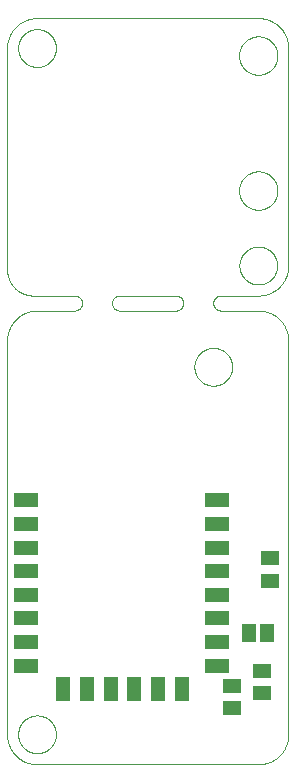
<source format=gbp>
G75*
%MOIN*%
%OFA0B0*%
%FSLAX25Y25*%
%IPPOS*%
%LPD*%
%AMOC8*
5,1,8,0,0,1.08239X$1,22.5*
%
%ADD10C,0.00000*%
%ADD11R,0.07874X0.04724*%
%ADD12R,0.04724X0.07874*%
%ADD13R,0.05906X0.05118*%
%ADD14R,0.04600X0.06300*%
D10*
X0066345Y0060183D02*
X0066345Y0191433D01*
X0075095Y0206433D02*
X0088845Y0206433D01*
X0088943Y0206431D01*
X0089041Y0206425D01*
X0089139Y0206416D01*
X0089236Y0206402D01*
X0089333Y0206385D01*
X0089429Y0206364D01*
X0089524Y0206339D01*
X0089618Y0206311D01*
X0089710Y0206278D01*
X0089802Y0206243D01*
X0089892Y0206203D01*
X0089980Y0206161D01*
X0090067Y0206114D01*
X0090151Y0206065D01*
X0090234Y0206012D01*
X0090314Y0205956D01*
X0090393Y0205896D01*
X0090469Y0205834D01*
X0090542Y0205769D01*
X0090613Y0205701D01*
X0090681Y0205630D01*
X0090746Y0205557D01*
X0090808Y0205481D01*
X0090868Y0205402D01*
X0090924Y0205322D01*
X0090977Y0205239D01*
X0091026Y0205155D01*
X0091073Y0205068D01*
X0091115Y0204980D01*
X0091155Y0204890D01*
X0091190Y0204798D01*
X0091223Y0204706D01*
X0091251Y0204612D01*
X0091276Y0204517D01*
X0091297Y0204421D01*
X0091314Y0204324D01*
X0091328Y0204227D01*
X0091337Y0204129D01*
X0091343Y0204031D01*
X0091345Y0203933D01*
X0091343Y0203835D01*
X0091337Y0203737D01*
X0091328Y0203639D01*
X0091314Y0203542D01*
X0091297Y0203445D01*
X0091276Y0203349D01*
X0091251Y0203254D01*
X0091223Y0203160D01*
X0091190Y0203068D01*
X0091155Y0202976D01*
X0091115Y0202886D01*
X0091073Y0202798D01*
X0091026Y0202711D01*
X0090977Y0202627D01*
X0090924Y0202544D01*
X0090868Y0202464D01*
X0090808Y0202385D01*
X0090746Y0202309D01*
X0090681Y0202236D01*
X0090613Y0202165D01*
X0090542Y0202097D01*
X0090469Y0202032D01*
X0090393Y0201970D01*
X0090314Y0201910D01*
X0090234Y0201854D01*
X0090151Y0201801D01*
X0090067Y0201752D01*
X0089980Y0201705D01*
X0089892Y0201663D01*
X0089802Y0201623D01*
X0089710Y0201588D01*
X0089618Y0201555D01*
X0089524Y0201527D01*
X0089429Y0201502D01*
X0089333Y0201481D01*
X0089236Y0201464D01*
X0089139Y0201450D01*
X0089041Y0201441D01*
X0088943Y0201435D01*
X0088845Y0201433D01*
X0076345Y0201433D01*
X0076103Y0201430D01*
X0075862Y0201421D01*
X0075621Y0201407D01*
X0075380Y0201386D01*
X0075140Y0201360D01*
X0074900Y0201328D01*
X0074661Y0201290D01*
X0074424Y0201247D01*
X0074187Y0201197D01*
X0073952Y0201142D01*
X0073718Y0201082D01*
X0073486Y0201015D01*
X0073255Y0200944D01*
X0073026Y0200866D01*
X0072799Y0200783D01*
X0072574Y0200695D01*
X0072351Y0200601D01*
X0072131Y0200502D01*
X0071913Y0200397D01*
X0071698Y0200288D01*
X0071485Y0200173D01*
X0071275Y0200053D01*
X0071069Y0199928D01*
X0070865Y0199798D01*
X0070664Y0199663D01*
X0070467Y0199523D01*
X0070273Y0199379D01*
X0070083Y0199230D01*
X0069897Y0199076D01*
X0069714Y0198918D01*
X0069535Y0198756D01*
X0069360Y0198589D01*
X0069189Y0198418D01*
X0069022Y0198243D01*
X0068860Y0198064D01*
X0068702Y0197881D01*
X0068548Y0197695D01*
X0068399Y0197505D01*
X0068255Y0197311D01*
X0068115Y0197114D01*
X0067980Y0196913D01*
X0067850Y0196709D01*
X0067725Y0196503D01*
X0067605Y0196293D01*
X0067490Y0196080D01*
X0067381Y0195865D01*
X0067276Y0195647D01*
X0067177Y0195427D01*
X0067083Y0195204D01*
X0066995Y0194979D01*
X0066912Y0194752D01*
X0066834Y0194523D01*
X0066763Y0194292D01*
X0066696Y0194060D01*
X0066636Y0193826D01*
X0066581Y0193591D01*
X0066531Y0193354D01*
X0066488Y0193117D01*
X0066450Y0192878D01*
X0066418Y0192638D01*
X0066392Y0192398D01*
X0066371Y0192157D01*
X0066357Y0191916D01*
X0066348Y0191675D01*
X0066345Y0191433D01*
X0066345Y0215183D02*
X0066345Y0288933D01*
X0066348Y0289175D01*
X0066357Y0289416D01*
X0066371Y0289657D01*
X0066392Y0289898D01*
X0066418Y0290138D01*
X0066450Y0290378D01*
X0066488Y0290617D01*
X0066531Y0290854D01*
X0066581Y0291091D01*
X0066636Y0291326D01*
X0066696Y0291560D01*
X0066763Y0291792D01*
X0066834Y0292023D01*
X0066912Y0292252D01*
X0066995Y0292479D01*
X0067083Y0292704D01*
X0067177Y0292927D01*
X0067276Y0293147D01*
X0067381Y0293365D01*
X0067490Y0293580D01*
X0067605Y0293793D01*
X0067725Y0294003D01*
X0067850Y0294209D01*
X0067980Y0294413D01*
X0068115Y0294614D01*
X0068255Y0294811D01*
X0068399Y0295005D01*
X0068548Y0295195D01*
X0068702Y0295381D01*
X0068860Y0295564D01*
X0069022Y0295743D01*
X0069189Y0295918D01*
X0069360Y0296089D01*
X0069535Y0296256D01*
X0069714Y0296418D01*
X0069897Y0296576D01*
X0070083Y0296730D01*
X0070273Y0296879D01*
X0070467Y0297023D01*
X0070664Y0297163D01*
X0070865Y0297298D01*
X0071069Y0297428D01*
X0071275Y0297553D01*
X0071485Y0297673D01*
X0071698Y0297788D01*
X0071913Y0297897D01*
X0072131Y0298002D01*
X0072351Y0298101D01*
X0072574Y0298195D01*
X0072799Y0298283D01*
X0073026Y0298366D01*
X0073255Y0298444D01*
X0073486Y0298515D01*
X0073718Y0298582D01*
X0073952Y0298642D01*
X0074187Y0298697D01*
X0074424Y0298747D01*
X0074661Y0298790D01*
X0074900Y0298828D01*
X0075140Y0298860D01*
X0075380Y0298886D01*
X0075621Y0298907D01*
X0075862Y0298921D01*
X0076103Y0298930D01*
X0076345Y0298933D01*
X0150095Y0298933D01*
X0150337Y0298930D01*
X0150578Y0298921D01*
X0150819Y0298907D01*
X0151060Y0298886D01*
X0151300Y0298860D01*
X0151540Y0298828D01*
X0151779Y0298790D01*
X0152016Y0298747D01*
X0152253Y0298697D01*
X0152488Y0298642D01*
X0152722Y0298582D01*
X0152954Y0298515D01*
X0153185Y0298444D01*
X0153414Y0298366D01*
X0153641Y0298283D01*
X0153866Y0298195D01*
X0154089Y0298101D01*
X0154309Y0298002D01*
X0154527Y0297897D01*
X0154742Y0297788D01*
X0154955Y0297673D01*
X0155165Y0297553D01*
X0155371Y0297428D01*
X0155575Y0297298D01*
X0155776Y0297163D01*
X0155973Y0297023D01*
X0156167Y0296879D01*
X0156357Y0296730D01*
X0156543Y0296576D01*
X0156726Y0296418D01*
X0156905Y0296256D01*
X0157080Y0296089D01*
X0157251Y0295918D01*
X0157418Y0295743D01*
X0157580Y0295564D01*
X0157738Y0295381D01*
X0157892Y0295195D01*
X0158041Y0295005D01*
X0158185Y0294811D01*
X0158325Y0294614D01*
X0158460Y0294413D01*
X0158590Y0294209D01*
X0158715Y0294003D01*
X0158835Y0293793D01*
X0158950Y0293580D01*
X0159059Y0293365D01*
X0159164Y0293147D01*
X0159263Y0292927D01*
X0159357Y0292704D01*
X0159445Y0292479D01*
X0159528Y0292252D01*
X0159606Y0292023D01*
X0159677Y0291792D01*
X0159744Y0291560D01*
X0159804Y0291326D01*
X0159859Y0291091D01*
X0159909Y0290854D01*
X0159952Y0290617D01*
X0159990Y0290378D01*
X0160022Y0290138D01*
X0160048Y0289898D01*
X0160069Y0289657D01*
X0160083Y0289416D01*
X0160092Y0289175D01*
X0160095Y0288933D01*
X0160095Y0216433D01*
X0160092Y0216191D01*
X0160083Y0215950D01*
X0160069Y0215709D01*
X0160048Y0215468D01*
X0160022Y0215228D01*
X0159990Y0214988D01*
X0159952Y0214749D01*
X0159909Y0214512D01*
X0159859Y0214275D01*
X0159804Y0214040D01*
X0159744Y0213806D01*
X0159677Y0213574D01*
X0159606Y0213343D01*
X0159528Y0213114D01*
X0159445Y0212887D01*
X0159357Y0212662D01*
X0159263Y0212439D01*
X0159164Y0212219D01*
X0159059Y0212001D01*
X0158950Y0211786D01*
X0158835Y0211573D01*
X0158715Y0211363D01*
X0158590Y0211157D01*
X0158460Y0210953D01*
X0158325Y0210752D01*
X0158185Y0210555D01*
X0158041Y0210361D01*
X0157892Y0210171D01*
X0157738Y0209985D01*
X0157580Y0209802D01*
X0157418Y0209623D01*
X0157251Y0209448D01*
X0157080Y0209277D01*
X0156905Y0209110D01*
X0156726Y0208948D01*
X0156543Y0208790D01*
X0156357Y0208636D01*
X0156167Y0208487D01*
X0155973Y0208343D01*
X0155776Y0208203D01*
X0155575Y0208068D01*
X0155371Y0207938D01*
X0155165Y0207813D01*
X0154955Y0207693D01*
X0154742Y0207578D01*
X0154527Y0207469D01*
X0154309Y0207364D01*
X0154089Y0207265D01*
X0153866Y0207171D01*
X0153641Y0207083D01*
X0153414Y0207000D01*
X0153185Y0206922D01*
X0152954Y0206851D01*
X0152722Y0206784D01*
X0152488Y0206724D01*
X0152253Y0206669D01*
X0152016Y0206619D01*
X0151779Y0206576D01*
X0151540Y0206538D01*
X0151300Y0206506D01*
X0151060Y0206480D01*
X0150819Y0206459D01*
X0150578Y0206445D01*
X0150337Y0206436D01*
X0150095Y0206433D01*
X0137595Y0206433D01*
X0137497Y0206431D01*
X0137399Y0206425D01*
X0137301Y0206416D01*
X0137204Y0206402D01*
X0137107Y0206385D01*
X0137011Y0206364D01*
X0136916Y0206339D01*
X0136822Y0206311D01*
X0136730Y0206278D01*
X0136638Y0206243D01*
X0136548Y0206203D01*
X0136460Y0206161D01*
X0136373Y0206114D01*
X0136289Y0206065D01*
X0136206Y0206012D01*
X0136126Y0205956D01*
X0136047Y0205896D01*
X0135971Y0205834D01*
X0135898Y0205769D01*
X0135827Y0205701D01*
X0135759Y0205630D01*
X0135694Y0205557D01*
X0135632Y0205481D01*
X0135572Y0205402D01*
X0135516Y0205322D01*
X0135463Y0205239D01*
X0135414Y0205155D01*
X0135367Y0205068D01*
X0135325Y0204980D01*
X0135285Y0204890D01*
X0135250Y0204798D01*
X0135217Y0204706D01*
X0135189Y0204612D01*
X0135164Y0204517D01*
X0135143Y0204421D01*
X0135126Y0204324D01*
X0135112Y0204227D01*
X0135103Y0204129D01*
X0135097Y0204031D01*
X0135095Y0203933D01*
X0135097Y0203835D01*
X0135103Y0203737D01*
X0135112Y0203639D01*
X0135126Y0203542D01*
X0135143Y0203445D01*
X0135164Y0203349D01*
X0135189Y0203254D01*
X0135217Y0203160D01*
X0135250Y0203068D01*
X0135285Y0202976D01*
X0135325Y0202886D01*
X0135367Y0202798D01*
X0135414Y0202711D01*
X0135463Y0202627D01*
X0135516Y0202544D01*
X0135572Y0202464D01*
X0135632Y0202385D01*
X0135694Y0202309D01*
X0135759Y0202236D01*
X0135827Y0202165D01*
X0135898Y0202097D01*
X0135971Y0202032D01*
X0136047Y0201970D01*
X0136126Y0201910D01*
X0136206Y0201854D01*
X0136289Y0201801D01*
X0136373Y0201752D01*
X0136460Y0201705D01*
X0136548Y0201663D01*
X0136638Y0201623D01*
X0136730Y0201588D01*
X0136822Y0201555D01*
X0136916Y0201527D01*
X0137011Y0201502D01*
X0137107Y0201481D01*
X0137204Y0201464D01*
X0137301Y0201450D01*
X0137399Y0201441D01*
X0137497Y0201435D01*
X0137595Y0201433D01*
X0150095Y0201433D01*
X0150337Y0201430D01*
X0150578Y0201421D01*
X0150819Y0201407D01*
X0151060Y0201386D01*
X0151300Y0201360D01*
X0151540Y0201328D01*
X0151779Y0201290D01*
X0152016Y0201247D01*
X0152253Y0201197D01*
X0152488Y0201142D01*
X0152722Y0201082D01*
X0152954Y0201015D01*
X0153185Y0200944D01*
X0153414Y0200866D01*
X0153641Y0200783D01*
X0153866Y0200695D01*
X0154089Y0200601D01*
X0154309Y0200502D01*
X0154527Y0200397D01*
X0154742Y0200288D01*
X0154955Y0200173D01*
X0155165Y0200053D01*
X0155371Y0199928D01*
X0155575Y0199798D01*
X0155776Y0199663D01*
X0155973Y0199523D01*
X0156167Y0199379D01*
X0156357Y0199230D01*
X0156543Y0199076D01*
X0156726Y0198918D01*
X0156905Y0198756D01*
X0157080Y0198589D01*
X0157251Y0198418D01*
X0157418Y0198243D01*
X0157580Y0198064D01*
X0157738Y0197881D01*
X0157892Y0197695D01*
X0158041Y0197505D01*
X0158185Y0197311D01*
X0158325Y0197114D01*
X0158460Y0196913D01*
X0158590Y0196709D01*
X0158715Y0196503D01*
X0158835Y0196293D01*
X0158950Y0196080D01*
X0159059Y0195865D01*
X0159164Y0195647D01*
X0159263Y0195427D01*
X0159357Y0195204D01*
X0159445Y0194979D01*
X0159528Y0194752D01*
X0159606Y0194523D01*
X0159677Y0194292D01*
X0159744Y0194060D01*
X0159804Y0193826D01*
X0159859Y0193591D01*
X0159909Y0193354D01*
X0159952Y0193117D01*
X0159990Y0192878D01*
X0160022Y0192638D01*
X0160048Y0192398D01*
X0160069Y0192157D01*
X0160083Y0191916D01*
X0160092Y0191675D01*
X0160095Y0191433D01*
X0160095Y0060183D01*
X0160092Y0059941D01*
X0160083Y0059700D01*
X0160069Y0059459D01*
X0160048Y0059218D01*
X0160022Y0058978D01*
X0159990Y0058738D01*
X0159952Y0058499D01*
X0159909Y0058262D01*
X0159859Y0058025D01*
X0159804Y0057790D01*
X0159744Y0057556D01*
X0159677Y0057324D01*
X0159606Y0057093D01*
X0159528Y0056864D01*
X0159445Y0056637D01*
X0159357Y0056412D01*
X0159263Y0056189D01*
X0159164Y0055969D01*
X0159059Y0055751D01*
X0158950Y0055536D01*
X0158835Y0055323D01*
X0158715Y0055113D01*
X0158590Y0054907D01*
X0158460Y0054703D01*
X0158325Y0054502D01*
X0158185Y0054305D01*
X0158041Y0054111D01*
X0157892Y0053921D01*
X0157738Y0053735D01*
X0157580Y0053552D01*
X0157418Y0053373D01*
X0157251Y0053198D01*
X0157080Y0053027D01*
X0156905Y0052860D01*
X0156726Y0052698D01*
X0156543Y0052540D01*
X0156357Y0052386D01*
X0156167Y0052237D01*
X0155973Y0052093D01*
X0155776Y0051953D01*
X0155575Y0051818D01*
X0155371Y0051688D01*
X0155165Y0051563D01*
X0154955Y0051443D01*
X0154742Y0051328D01*
X0154527Y0051219D01*
X0154309Y0051114D01*
X0154089Y0051015D01*
X0153866Y0050921D01*
X0153641Y0050833D01*
X0153414Y0050750D01*
X0153185Y0050672D01*
X0152954Y0050601D01*
X0152722Y0050534D01*
X0152488Y0050474D01*
X0152253Y0050419D01*
X0152016Y0050369D01*
X0151779Y0050326D01*
X0151540Y0050288D01*
X0151300Y0050256D01*
X0151060Y0050230D01*
X0150819Y0050209D01*
X0150578Y0050195D01*
X0150337Y0050186D01*
X0150095Y0050183D01*
X0076345Y0050183D01*
X0076103Y0050186D01*
X0075862Y0050195D01*
X0075621Y0050209D01*
X0075380Y0050230D01*
X0075140Y0050256D01*
X0074900Y0050288D01*
X0074661Y0050326D01*
X0074424Y0050369D01*
X0074187Y0050419D01*
X0073952Y0050474D01*
X0073718Y0050534D01*
X0073486Y0050601D01*
X0073255Y0050672D01*
X0073026Y0050750D01*
X0072799Y0050833D01*
X0072574Y0050921D01*
X0072351Y0051015D01*
X0072131Y0051114D01*
X0071913Y0051219D01*
X0071698Y0051328D01*
X0071485Y0051443D01*
X0071275Y0051563D01*
X0071069Y0051688D01*
X0070865Y0051818D01*
X0070664Y0051953D01*
X0070467Y0052093D01*
X0070273Y0052237D01*
X0070083Y0052386D01*
X0069897Y0052540D01*
X0069714Y0052698D01*
X0069535Y0052860D01*
X0069360Y0053027D01*
X0069189Y0053198D01*
X0069022Y0053373D01*
X0068860Y0053552D01*
X0068702Y0053735D01*
X0068548Y0053921D01*
X0068399Y0054111D01*
X0068255Y0054305D01*
X0068115Y0054502D01*
X0067980Y0054703D01*
X0067850Y0054907D01*
X0067725Y0055113D01*
X0067605Y0055323D01*
X0067490Y0055536D01*
X0067381Y0055751D01*
X0067276Y0055969D01*
X0067177Y0056189D01*
X0067083Y0056412D01*
X0066995Y0056637D01*
X0066912Y0056864D01*
X0066834Y0057093D01*
X0066763Y0057324D01*
X0066696Y0057556D01*
X0066636Y0057790D01*
X0066581Y0058025D01*
X0066531Y0058262D01*
X0066488Y0058499D01*
X0066450Y0058738D01*
X0066418Y0058978D01*
X0066392Y0059218D01*
X0066371Y0059459D01*
X0066357Y0059700D01*
X0066348Y0059941D01*
X0066345Y0060183D01*
X0070046Y0060183D02*
X0070048Y0060341D01*
X0070054Y0060499D01*
X0070064Y0060657D01*
X0070078Y0060815D01*
X0070096Y0060972D01*
X0070117Y0061129D01*
X0070143Y0061285D01*
X0070173Y0061441D01*
X0070206Y0061596D01*
X0070244Y0061749D01*
X0070285Y0061902D01*
X0070330Y0062054D01*
X0070379Y0062205D01*
X0070432Y0062354D01*
X0070488Y0062502D01*
X0070548Y0062648D01*
X0070612Y0062793D01*
X0070680Y0062936D01*
X0070751Y0063078D01*
X0070825Y0063218D01*
X0070903Y0063355D01*
X0070985Y0063491D01*
X0071069Y0063625D01*
X0071158Y0063756D01*
X0071249Y0063885D01*
X0071344Y0064012D01*
X0071441Y0064137D01*
X0071542Y0064259D01*
X0071646Y0064378D01*
X0071753Y0064495D01*
X0071863Y0064609D01*
X0071976Y0064720D01*
X0072091Y0064829D01*
X0072209Y0064934D01*
X0072330Y0065036D01*
X0072453Y0065136D01*
X0072579Y0065232D01*
X0072707Y0065325D01*
X0072837Y0065415D01*
X0072970Y0065501D01*
X0073105Y0065585D01*
X0073241Y0065664D01*
X0073380Y0065741D01*
X0073521Y0065813D01*
X0073663Y0065883D01*
X0073807Y0065948D01*
X0073953Y0066010D01*
X0074100Y0066068D01*
X0074249Y0066123D01*
X0074399Y0066174D01*
X0074550Y0066221D01*
X0074702Y0066264D01*
X0074855Y0066303D01*
X0075010Y0066339D01*
X0075165Y0066370D01*
X0075321Y0066398D01*
X0075477Y0066422D01*
X0075634Y0066442D01*
X0075792Y0066458D01*
X0075949Y0066470D01*
X0076108Y0066478D01*
X0076266Y0066482D01*
X0076424Y0066482D01*
X0076582Y0066478D01*
X0076741Y0066470D01*
X0076898Y0066458D01*
X0077056Y0066442D01*
X0077213Y0066422D01*
X0077369Y0066398D01*
X0077525Y0066370D01*
X0077680Y0066339D01*
X0077835Y0066303D01*
X0077988Y0066264D01*
X0078140Y0066221D01*
X0078291Y0066174D01*
X0078441Y0066123D01*
X0078590Y0066068D01*
X0078737Y0066010D01*
X0078883Y0065948D01*
X0079027Y0065883D01*
X0079169Y0065813D01*
X0079310Y0065741D01*
X0079449Y0065664D01*
X0079585Y0065585D01*
X0079720Y0065501D01*
X0079853Y0065415D01*
X0079983Y0065325D01*
X0080111Y0065232D01*
X0080237Y0065136D01*
X0080360Y0065036D01*
X0080481Y0064934D01*
X0080599Y0064829D01*
X0080714Y0064720D01*
X0080827Y0064609D01*
X0080937Y0064495D01*
X0081044Y0064378D01*
X0081148Y0064259D01*
X0081249Y0064137D01*
X0081346Y0064012D01*
X0081441Y0063885D01*
X0081532Y0063756D01*
X0081621Y0063625D01*
X0081705Y0063491D01*
X0081787Y0063355D01*
X0081865Y0063218D01*
X0081939Y0063078D01*
X0082010Y0062936D01*
X0082078Y0062793D01*
X0082142Y0062648D01*
X0082202Y0062502D01*
X0082258Y0062354D01*
X0082311Y0062205D01*
X0082360Y0062054D01*
X0082405Y0061902D01*
X0082446Y0061749D01*
X0082484Y0061596D01*
X0082517Y0061441D01*
X0082547Y0061285D01*
X0082573Y0061129D01*
X0082594Y0060972D01*
X0082612Y0060815D01*
X0082626Y0060657D01*
X0082636Y0060499D01*
X0082642Y0060341D01*
X0082644Y0060183D01*
X0082642Y0060025D01*
X0082636Y0059867D01*
X0082626Y0059709D01*
X0082612Y0059551D01*
X0082594Y0059394D01*
X0082573Y0059237D01*
X0082547Y0059081D01*
X0082517Y0058925D01*
X0082484Y0058770D01*
X0082446Y0058617D01*
X0082405Y0058464D01*
X0082360Y0058312D01*
X0082311Y0058161D01*
X0082258Y0058012D01*
X0082202Y0057864D01*
X0082142Y0057718D01*
X0082078Y0057573D01*
X0082010Y0057430D01*
X0081939Y0057288D01*
X0081865Y0057148D01*
X0081787Y0057011D01*
X0081705Y0056875D01*
X0081621Y0056741D01*
X0081532Y0056610D01*
X0081441Y0056481D01*
X0081346Y0056354D01*
X0081249Y0056229D01*
X0081148Y0056107D01*
X0081044Y0055988D01*
X0080937Y0055871D01*
X0080827Y0055757D01*
X0080714Y0055646D01*
X0080599Y0055537D01*
X0080481Y0055432D01*
X0080360Y0055330D01*
X0080237Y0055230D01*
X0080111Y0055134D01*
X0079983Y0055041D01*
X0079853Y0054951D01*
X0079720Y0054865D01*
X0079585Y0054781D01*
X0079449Y0054702D01*
X0079310Y0054625D01*
X0079169Y0054553D01*
X0079027Y0054483D01*
X0078883Y0054418D01*
X0078737Y0054356D01*
X0078590Y0054298D01*
X0078441Y0054243D01*
X0078291Y0054192D01*
X0078140Y0054145D01*
X0077988Y0054102D01*
X0077835Y0054063D01*
X0077680Y0054027D01*
X0077525Y0053996D01*
X0077369Y0053968D01*
X0077213Y0053944D01*
X0077056Y0053924D01*
X0076898Y0053908D01*
X0076741Y0053896D01*
X0076582Y0053888D01*
X0076424Y0053884D01*
X0076266Y0053884D01*
X0076108Y0053888D01*
X0075949Y0053896D01*
X0075792Y0053908D01*
X0075634Y0053924D01*
X0075477Y0053944D01*
X0075321Y0053968D01*
X0075165Y0053996D01*
X0075010Y0054027D01*
X0074855Y0054063D01*
X0074702Y0054102D01*
X0074550Y0054145D01*
X0074399Y0054192D01*
X0074249Y0054243D01*
X0074100Y0054298D01*
X0073953Y0054356D01*
X0073807Y0054418D01*
X0073663Y0054483D01*
X0073521Y0054553D01*
X0073380Y0054625D01*
X0073241Y0054702D01*
X0073105Y0054781D01*
X0072970Y0054865D01*
X0072837Y0054951D01*
X0072707Y0055041D01*
X0072579Y0055134D01*
X0072453Y0055230D01*
X0072330Y0055330D01*
X0072209Y0055432D01*
X0072091Y0055537D01*
X0071976Y0055646D01*
X0071863Y0055757D01*
X0071753Y0055871D01*
X0071646Y0055988D01*
X0071542Y0056107D01*
X0071441Y0056229D01*
X0071344Y0056354D01*
X0071249Y0056481D01*
X0071158Y0056610D01*
X0071069Y0056741D01*
X0070985Y0056875D01*
X0070903Y0057011D01*
X0070825Y0057148D01*
X0070751Y0057288D01*
X0070680Y0057430D01*
X0070612Y0057573D01*
X0070548Y0057718D01*
X0070488Y0057864D01*
X0070432Y0058012D01*
X0070379Y0058161D01*
X0070330Y0058312D01*
X0070285Y0058464D01*
X0070244Y0058617D01*
X0070206Y0058770D01*
X0070173Y0058925D01*
X0070143Y0059081D01*
X0070117Y0059237D01*
X0070096Y0059394D01*
X0070078Y0059551D01*
X0070064Y0059709D01*
X0070054Y0059867D01*
X0070048Y0060025D01*
X0070046Y0060183D01*
X0128796Y0182683D02*
X0128798Y0182841D01*
X0128804Y0182999D01*
X0128814Y0183157D01*
X0128828Y0183315D01*
X0128846Y0183472D01*
X0128867Y0183629D01*
X0128893Y0183785D01*
X0128923Y0183941D01*
X0128956Y0184096D01*
X0128994Y0184249D01*
X0129035Y0184402D01*
X0129080Y0184554D01*
X0129129Y0184705D01*
X0129182Y0184854D01*
X0129238Y0185002D01*
X0129298Y0185148D01*
X0129362Y0185293D01*
X0129430Y0185436D01*
X0129501Y0185578D01*
X0129575Y0185718D01*
X0129653Y0185855D01*
X0129735Y0185991D01*
X0129819Y0186125D01*
X0129908Y0186256D01*
X0129999Y0186385D01*
X0130094Y0186512D01*
X0130191Y0186637D01*
X0130292Y0186759D01*
X0130396Y0186878D01*
X0130503Y0186995D01*
X0130613Y0187109D01*
X0130726Y0187220D01*
X0130841Y0187329D01*
X0130959Y0187434D01*
X0131080Y0187536D01*
X0131203Y0187636D01*
X0131329Y0187732D01*
X0131457Y0187825D01*
X0131587Y0187915D01*
X0131720Y0188001D01*
X0131855Y0188085D01*
X0131991Y0188164D01*
X0132130Y0188241D01*
X0132271Y0188313D01*
X0132413Y0188383D01*
X0132557Y0188448D01*
X0132703Y0188510D01*
X0132850Y0188568D01*
X0132999Y0188623D01*
X0133149Y0188674D01*
X0133300Y0188721D01*
X0133452Y0188764D01*
X0133605Y0188803D01*
X0133760Y0188839D01*
X0133915Y0188870D01*
X0134071Y0188898D01*
X0134227Y0188922D01*
X0134384Y0188942D01*
X0134542Y0188958D01*
X0134699Y0188970D01*
X0134858Y0188978D01*
X0135016Y0188982D01*
X0135174Y0188982D01*
X0135332Y0188978D01*
X0135491Y0188970D01*
X0135648Y0188958D01*
X0135806Y0188942D01*
X0135963Y0188922D01*
X0136119Y0188898D01*
X0136275Y0188870D01*
X0136430Y0188839D01*
X0136585Y0188803D01*
X0136738Y0188764D01*
X0136890Y0188721D01*
X0137041Y0188674D01*
X0137191Y0188623D01*
X0137340Y0188568D01*
X0137487Y0188510D01*
X0137633Y0188448D01*
X0137777Y0188383D01*
X0137919Y0188313D01*
X0138060Y0188241D01*
X0138199Y0188164D01*
X0138335Y0188085D01*
X0138470Y0188001D01*
X0138603Y0187915D01*
X0138733Y0187825D01*
X0138861Y0187732D01*
X0138987Y0187636D01*
X0139110Y0187536D01*
X0139231Y0187434D01*
X0139349Y0187329D01*
X0139464Y0187220D01*
X0139577Y0187109D01*
X0139687Y0186995D01*
X0139794Y0186878D01*
X0139898Y0186759D01*
X0139999Y0186637D01*
X0140096Y0186512D01*
X0140191Y0186385D01*
X0140282Y0186256D01*
X0140371Y0186125D01*
X0140455Y0185991D01*
X0140537Y0185855D01*
X0140615Y0185718D01*
X0140689Y0185578D01*
X0140760Y0185436D01*
X0140828Y0185293D01*
X0140892Y0185148D01*
X0140952Y0185002D01*
X0141008Y0184854D01*
X0141061Y0184705D01*
X0141110Y0184554D01*
X0141155Y0184402D01*
X0141196Y0184249D01*
X0141234Y0184096D01*
X0141267Y0183941D01*
X0141297Y0183785D01*
X0141323Y0183629D01*
X0141344Y0183472D01*
X0141362Y0183315D01*
X0141376Y0183157D01*
X0141386Y0182999D01*
X0141392Y0182841D01*
X0141394Y0182683D01*
X0141392Y0182525D01*
X0141386Y0182367D01*
X0141376Y0182209D01*
X0141362Y0182051D01*
X0141344Y0181894D01*
X0141323Y0181737D01*
X0141297Y0181581D01*
X0141267Y0181425D01*
X0141234Y0181270D01*
X0141196Y0181117D01*
X0141155Y0180964D01*
X0141110Y0180812D01*
X0141061Y0180661D01*
X0141008Y0180512D01*
X0140952Y0180364D01*
X0140892Y0180218D01*
X0140828Y0180073D01*
X0140760Y0179930D01*
X0140689Y0179788D01*
X0140615Y0179648D01*
X0140537Y0179511D01*
X0140455Y0179375D01*
X0140371Y0179241D01*
X0140282Y0179110D01*
X0140191Y0178981D01*
X0140096Y0178854D01*
X0139999Y0178729D01*
X0139898Y0178607D01*
X0139794Y0178488D01*
X0139687Y0178371D01*
X0139577Y0178257D01*
X0139464Y0178146D01*
X0139349Y0178037D01*
X0139231Y0177932D01*
X0139110Y0177830D01*
X0138987Y0177730D01*
X0138861Y0177634D01*
X0138733Y0177541D01*
X0138603Y0177451D01*
X0138470Y0177365D01*
X0138335Y0177281D01*
X0138199Y0177202D01*
X0138060Y0177125D01*
X0137919Y0177053D01*
X0137777Y0176983D01*
X0137633Y0176918D01*
X0137487Y0176856D01*
X0137340Y0176798D01*
X0137191Y0176743D01*
X0137041Y0176692D01*
X0136890Y0176645D01*
X0136738Y0176602D01*
X0136585Y0176563D01*
X0136430Y0176527D01*
X0136275Y0176496D01*
X0136119Y0176468D01*
X0135963Y0176444D01*
X0135806Y0176424D01*
X0135648Y0176408D01*
X0135491Y0176396D01*
X0135332Y0176388D01*
X0135174Y0176384D01*
X0135016Y0176384D01*
X0134858Y0176388D01*
X0134699Y0176396D01*
X0134542Y0176408D01*
X0134384Y0176424D01*
X0134227Y0176444D01*
X0134071Y0176468D01*
X0133915Y0176496D01*
X0133760Y0176527D01*
X0133605Y0176563D01*
X0133452Y0176602D01*
X0133300Y0176645D01*
X0133149Y0176692D01*
X0132999Y0176743D01*
X0132850Y0176798D01*
X0132703Y0176856D01*
X0132557Y0176918D01*
X0132413Y0176983D01*
X0132271Y0177053D01*
X0132130Y0177125D01*
X0131991Y0177202D01*
X0131855Y0177281D01*
X0131720Y0177365D01*
X0131587Y0177451D01*
X0131457Y0177541D01*
X0131329Y0177634D01*
X0131203Y0177730D01*
X0131080Y0177830D01*
X0130959Y0177932D01*
X0130841Y0178037D01*
X0130726Y0178146D01*
X0130613Y0178257D01*
X0130503Y0178371D01*
X0130396Y0178488D01*
X0130292Y0178607D01*
X0130191Y0178729D01*
X0130094Y0178854D01*
X0129999Y0178981D01*
X0129908Y0179110D01*
X0129819Y0179241D01*
X0129735Y0179375D01*
X0129653Y0179511D01*
X0129575Y0179648D01*
X0129501Y0179788D01*
X0129430Y0179930D01*
X0129362Y0180073D01*
X0129298Y0180218D01*
X0129238Y0180364D01*
X0129182Y0180512D01*
X0129129Y0180661D01*
X0129080Y0180812D01*
X0129035Y0180964D01*
X0128994Y0181117D01*
X0128956Y0181270D01*
X0128923Y0181425D01*
X0128893Y0181581D01*
X0128867Y0181737D01*
X0128846Y0181894D01*
X0128828Y0182051D01*
X0128814Y0182209D01*
X0128804Y0182367D01*
X0128798Y0182525D01*
X0128796Y0182683D01*
X0122595Y0201433D02*
X0103845Y0201433D01*
X0103747Y0201435D01*
X0103649Y0201441D01*
X0103551Y0201450D01*
X0103454Y0201464D01*
X0103357Y0201481D01*
X0103261Y0201502D01*
X0103166Y0201527D01*
X0103072Y0201555D01*
X0102980Y0201588D01*
X0102888Y0201623D01*
X0102798Y0201663D01*
X0102710Y0201705D01*
X0102623Y0201752D01*
X0102539Y0201801D01*
X0102456Y0201854D01*
X0102376Y0201910D01*
X0102297Y0201970D01*
X0102221Y0202032D01*
X0102148Y0202097D01*
X0102077Y0202165D01*
X0102009Y0202236D01*
X0101944Y0202309D01*
X0101882Y0202385D01*
X0101822Y0202464D01*
X0101766Y0202544D01*
X0101713Y0202627D01*
X0101664Y0202711D01*
X0101617Y0202798D01*
X0101575Y0202886D01*
X0101535Y0202976D01*
X0101500Y0203068D01*
X0101467Y0203160D01*
X0101439Y0203254D01*
X0101414Y0203349D01*
X0101393Y0203445D01*
X0101376Y0203542D01*
X0101362Y0203639D01*
X0101353Y0203737D01*
X0101347Y0203835D01*
X0101345Y0203933D01*
X0101347Y0204031D01*
X0101353Y0204129D01*
X0101362Y0204227D01*
X0101376Y0204324D01*
X0101393Y0204421D01*
X0101414Y0204517D01*
X0101439Y0204612D01*
X0101467Y0204706D01*
X0101500Y0204798D01*
X0101535Y0204890D01*
X0101575Y0204980D01*
X0101617Y0205068D01*
X0101664Y0205155D01*
X0101713Y0205239D01*
X0101766Y0205322D01*
X0101822Y0205402D01*
X0101882Y0205481D01*
X0101944Y0205557D01*
X0102009Y0205630D01*
X0102077Y0205701D01*
X0102148Y0205769D01*
X0102221Y0205834D01*
X0102297Y0205896D01*
X0102376Y0205956D01*
X0102456Y0206012D01*
X0102539Y0206065D01*
X0102623Y0206114D01*
X0102710Y0206161D01*
X0102798Y0206203D01*
X0102888Y0206243D01*
X0102980Y0206278D01*
X0103072Y0206311D01*
X0103166Y0206339D01*
X0103261Y0206364D01*
X0103357Y0206385D01*
X0103454Y0206402D01*
X0103551Y0206416D01*
X0103649Y0206425D01*
X0103747Y0206431D01*
X0103845Y0206433D01*
X0122595Y0206433D01*
X0122693Y0206431D01*
X0122791Y0206425D01*
X0122889Y0206416D01*
X0122986Y0206402D01*
X0123083Y0206385D01*
X0123179Y0206364D01*
X0123274Y0206339D01*
X0123368Y0206311D01*
X0123460Y0206278D01*
X0123552Y0206243D01*
X0123642Y0206203D01*
X0123730Y0206161D01*
X0123817Y0206114D01*
X0123901Y0206065D01*
X0123984Y0206012D01*
X0124064Y0205956D01*
X0124143Y0205896D01*
X0124219Y0205834D01*
X0124292Y0205769D01*
X0124363Y0205701D01*
X0124431Y0205630D01*
X0124496Y0205557D01*
X0124558Y0205481D01*
X0124618Y0205402D01*
X0124674Y0205322D01*
X0124727Y0205239D01*
X0124776Y0205155D01*
X0124823Y0205068D01*
X0124865Y0204980D01*
X0124905Y0204890D01*
X0124940Y0204798D01*
X0124973Y0204706D01*
X0125001Y0204612D01*
X0125026Y0204517D01*
X0125047Y0204421D01*
X0125064Y0204324D01*
X0125078Y0204227D01*
X0125087Y0204129D01*
X0125093Y0204031D01*
X0125095Y0203933D01*
X0125093Y0203835D01*
X0125087Y0203737D01*
X0125078Y0203639D01*
X0125064Y0203542D01*
X0125047Y0203445D01*
X0125026Y0203349D01*
X0125001Y0203254D01*
X0124973Y0203160D01*
X0124940Y0203068D01*
X0124905Y0202976D01*
X0124865Y0202886D01*
X0124823Y0202798D01*
X0124776Y0202711D01*
X0124727Y0202627D01*
X0124674Y0202544D01*
X0124618Y0202464D01*
X0124558Y0202385D01*
X0124496Y0202309D01*
X0124431Y0202236D01*
X0124363Y0202165D01*
X0124292Y0202097D01*
X0124219Y0202032D01*
X0124143Y0201970D01*
X0124064Y0201910D01*
X0123984Y0201854D01*
X0123901Y0201801D01*
X0123817Y0201752D01*
X0123730Y0201705D01*
X0123642Y0201663D01*
X0123552Y0201623D01*
X0123460Y0201588D01*
X0123368Y0201555D01*
X0123274Y0201527D01*
X0123179Y0201502D01*
X0123083Y0201481D01*
X0122986Y0201464D01*
X0122889Y0201450D01*
X0122791Y0201441D01*
X0122693Y0201435D01*
X0122595Y0201433D01*
X0143796Y0216433D02*
X0143798Y0216591D01*
X0143804Y0216749D01*
X0143814Y0216907D01*
X0143828Y0217065D01*
X0143846Y0217222D01*
X0143867Y0217379D01*
X0143893Y0217535D01*
X0143923Y0217691D01*
X0143956Y0217846D01*
X0143994Y0217999D01*
X0144035Y0218152D01*
X0144080Y0218304D01*
X0144129Y0218455D01*
X0144182Y0218604D01*
X0144238Y0218752D01*
X0144298Y0218898D01*
X0144362Y0219043D01*
X0144430Y0219186D01*
X0144501Y0219328D01*
X0144575Y0219468D01*
X0144653Y0219605D01*
X0144735Y0219741D01*
X0144819Y0219875D01*
X0144908Y0220006D01*
X0144999Y0220135D01*
X0145094Y0220262D01*
X0145191Y0220387D01*
X0145292Y0220509D01*
X0145396Y0220628D01*
X0145503Y0220745D01*
X0145613Y0220859D01*
X0145726Y0220970D01*
X0145841Y0221079D01*
X0145959Y0221184D01*
X0146080Y0221286D01*
X0146203Y0221386D01*
X0146329Y0221482D01*
X0146457Y0221575D01*
X0146587Y0221665D01*
X0146720Y0221751D01*
X0146855Y0221835D01*
X0146991Y0221914D01*
X0147130Y0221991D01*
X0147271Y0222063D01*
X0147413Y0222133D01*
X0147557Y0222198D01*
X0147703Y0222260D01*
X0147850Y0222318D01*
X0147999Y0222373D01*
X0148149Y0222424D01*
X0148300Y0222471D01*
X0148452Y0222514D01*
X0148605Y0222553D01*
X0148760Y0222589D01*
X0148915Y0222620D01*
X0149071Y0222648D01*
X0149227Y0222672D01*
X0149384Y0222692D01*
X0149542Y0222708D01*
X0149699Y0222720D01*
X0149858Y0222728D01*
X0150016Y0222732D01*
X0150174Y0222732D01*
X0150332Y0222728D01*
X0150491Y0222720D01*
X0150648Y0222708D01*
X0150806Y0222692D01*
X0150963Y0222672D01*
X0151119Y0222648D01*
X0151275Y0222620D01*
X0151430Y0222589D01*
X0151585Y0222553D01*
X0151738Y0222514D01*
X0151890Y0222471D01*
X0152041Y0222424D01*
X0152191Y0222373D01*
X0152340Y0222318D01*
X0152487Y0222260D01*
X0152633Y0222198D01*
X0152777Y0222133D01*
X0152919Y0222063D01*
X0153060Y0221991D01*
X0153199Y0221914D01*
X0153335Y0221835D01*
X0153470Y0221751D01*
X0153603Y0221665D01*
X0153733Y0221575D01*
X0153861Y0221482D01*
X0153987Y0221386D01*
X0154110Y0221286D01*
X0154231Y0221184D01*
X0154349Y0221079D01*
X0154464Y0220970D01*
X0154577Y0220859D01*
X0154687Y0220745D01*
X0154794Y0220628D01*
X0154898Y0220509D01*
X0154999Y0220387D01*
X0155096Y0220262D01*
X0155191Y0220135D01*
X0155282Y0220006D01*
X0155371Y0219875D01*
X0155455Y0219741D01*
X0155537Y0219605D01*
X0155615Y0219468D01*
X0155689Y0219328D01*
X0155760Y0219186D01*
X0155828Y0219043D01*
X0155892Y0218898D01*
X0155952Y0218752D01*
X0156008Y0218604D01*
X0156061Y0218455D01*
X0156110Y0218304D01*
X0156155Y0218152D01*
X0156196Y0217999D01*
X0156234Y0217846D01*
X0156267Y0217691D01*
X0156297Y0217535D01*
X0156323Y0217379D01*
X0156344Y0217222D01*
X0156362Y0217065D01*
X0156376Y0216907D01*
X0156386Y0216749D01*
X0156392Y0216591D01*
X0156394Y0216433D01*
X0156392Y0216275D01*
X0156386Y0216117D01*
X0156376Y0215959D01*
X0156362Y0215801D01*
X0156344Y0215644D01*
X0156323Y0215487D01*
X0156297Y0215331D01*
X0156267Y0215175D01*
X0156234Y0215020D01*
X0156196Y0214867D01*
X0156155Y0214714D01*
X0156110Y0214562D01*
X0156061Y0214411D01*
X0156008Y0214262D01*
X0155952Y0214114D01*
X0155892Y0213968D01*
X0155828Y0213823D01*
X0155760Y0213680D01*
X0155689Y0213538D01*
X0155615Y0213398D01*
X0155537Y0213261D01*
X0155455Y0213125D01*
X0155371Y0212991D01*
X0155282Y0212860D01*
X0155191Y0212731D01*
X0155096Y0212604D01*
X0154999Y0212479D01*
X0154898Y0212357D01*
X0154794Y0212238D01*
X0154687Y0212121D01*
X0154577Y0212007D01*
X0154464Y0211896D01*
X0154349Y0211787D01*
X0154231Y0211682D01*
X0154110Y0211580D01*
X0153987Y0211480D01*
X0153861Y0211384D01*
X0153733Y0211291D01*
X0153603Y0211201D01*
X0153470Y0211115D01*
X0153335Y0211031D01*
X0153199Y0210952D01*
X0153060Y0210875D01*
X0152919Y0210803D01*
X0152777Y0210733D01*
X0152633Y0210668D01*
X0152487Y0210606D01*
X0152340Y0210548D01*
X0152191Y0210493D01*
X0152041Y0210442D01*
X0151890Y0210395D01*
X0151738Y0210352D01*
X0151585Y0210313D01*
X0151430Y0210277D01*
X0151275Y0210246D01*
X0151119Y0210218D01*
X0150963Y0210194D01*
X0150806Y0210174D01*
X0150648Y0210158D01*
X0150491Y0210146D01*
X0150332Y0210138D01*
X0150174Y0210134D01*
X0150016Y0210134D01*
X0149858Y0210138D01*
X0149699Y0210146D01*
X0149542Y0210158D01*
X0149384Y0210174D01*
X0149227Y0210194D01*
X0149071Y0210218D01*
X0148915Y0210246D01*
X0148760Y0210277D01*
X0148605Y0210313D01*
X0148452Y0210352D01*
X0148300Y0210395D01*
X0148149Y0210442D01*
X0147999Y0210493D01*
X0147850Y0210548D01*
X0147703Y0210606D01*
X0147557Y0210668D01*
X0147413Y0210733D01*
X0147271Y0210803D01*
X0147130Y0210875D01*
X0146991Y0210952D01*
X0146855Y0211031D01*
X0146720Y0211115D01*
X0146587Y0211201D01*
X0146457Y0211291D01*
X0146329Y0211384D01*
X0146203Y0211480D01*
X0146080Y0211580D01*
X0145959Y0211682D01*
X0145841Y0211787D01*
X0145726Y0211896D01*
X0145613Y0212007D01*
X0145503Y0212121D01*
X0145396Y0212238D01*
X0145292Y0212357D01*
X0145191Y0212479D01*
X0145094Y0212604D01*
X0144999Y0212731D01*
X0144908Y0212860D01*
X0144819Y0212991D01*
X0144735Y0213125D01*
X0144653Y0213261D01*
X0144575Y0213398D01*
X0144501Y0213538D01*
X0144430Y0213680D01*
X0144362Y0213823D01*
X0144298Y0213968D01*
X0144238Y0214114D01*
X0144182Y0214262D01*
X0144129Y0214411D01*
X0144080Y0214562D01*
X0144035Y0214714D01*
X0143994Y0214867D01*
X0143956Y0215020D01*
X0143923Y0215175D01*
X0143893Y0215331D01*
X0143867Y0215487D01*
X0143846Y0215644D01*
X0143828Y0215801D01*
X0143814Y0215959D01*
X0143804Y0216117D01*
X0143798Y0216275D01*
X0143796Y0216433D01*
X0143695Y0241433D02*
X0143697Y0241593D01*
X0143703Y0241752D01*
X0143713Y0241911D01*
X0143727Y0242070D01*
X0143745Y0242229D01*
X0143766Y0242387D01*
X0143792Y0242544D01*
X0143822Y0242701D01*
X0143855Y0242857D01*
X0143893Y0243012D01*
X0143934Y0243166D01*
X0143979Y0243319D01*
X0144028Y0243471D01*
X0144081Y0243622D01*
X0144137Y0243771D01*
X0144198Y0243919D01*
X0144261Y0244065D01*
X0144329Y0244210D01*
X0144400Y0244353D01*
X0144474Y0244494D01*
X0144552Y0244633D01*
X0144634Y0244770D01*
X0144719Y0244905D01*
X0144807Y0245038D01*
X0144899Y0245169D01*
X0144993Y0245297D01*
X0145091Y0245423D01*
X0145192Y0245547D01*
X0145296Y0245668D01*
X0145403Y0245786D01*
X0145513Y0245902D01*
X0145626Y0246015D01*
X0145742Y0246125D01*
X0145860Y0246232D01*
X0145981Y0246336D01*
X0146105Y0246437D01*
X0146231Y0246535D01*
X0146359Y0246629D01*
X0146490Y0246721D01*
X0146623Y0246809D01*
X0146758Y0246894D01*
X0146895Y0246976D01*
X0147034Y0247054D01*
X0147175Y0247128D01*
X0147318Y0247199D01*
X0147463Y0247267D01*
X0147609Y0247330D01*
X0147757Y0247391D01*
X0147906Y0247447D01*
X0148057Y0247500D01*
X0148209Y0247549D01*
X0148362Y0247594D01*
X0148516Y0247635D01*
X0148671Y0247673D01*
X0148827Y0247706D01*
X0148984Y0247736D01*
X0149141Y0247762D01*
X0149299Y0247783D01*
X0149458Y0247801D01*
X0149617Y0247815D01*
X0149776Y0247825D01*
X0149935Y0247831D01*
X0150095Y0247833D01*
X0150255Y0247831D01*
X0150414Y0247825D01*
X0150573Y0247815D01*
X0150732Y0247801D01*
X0150891Y0247783D01*
X0151049Y0247762D01*
X0151206Y0247736D01*
X0151363Y0247706D01*
X0151519Y0247673D01*
X0151674Y0247635D01*
X0151828Y0247594D01*
X0151981Y0247549D01*
X0152133Y0247500D01*
X0152284Y0247447D01*
X0152433Y0247391D01*
X0152581Y0247330D01*
X0152727Y0247267D01*
X0152872Y0247199D01*
X0153015Y0247128D01*
X0153156Y0247054D01*
X0153295Y0246976D01*
X0153432Y0246894D01*
X0153567Y0246809D01*
X0153700Y0246721D01*
X0153831Y0246629D01*
X0153959Y0246535D01*
X0154085Y0246437D01*
X0154209Y0246336D01*
X0154330Y0246232D01*
X0154448Y0246125D01*
X0154564Y0246015D01*
X0154677Y0245902D01*
X0154787Y0245786D01*
X0154894Y0245668D01*
X0154998Y0245547D01*
X0155099Y0245423D01*
X0155197Y0245297D01*
X0155291Y0245169D01*
X0155383Y0245038D01*
X0155471Y0244905D01*
X0155556Y0244770D01*
X0155638Y0244633D01*
X0155716Y0244494D01*
X0155790Y0244353D01*
X0155861Y0244210D01*
X0155929Y0244065D01*
X0155992Y0243919D01*
X0156053Y0243771D01*
X0156109Y0243622D01*
X0156162Y0243471D01*
X0156211Y0243319D01*
X0156256Y0243166D01*
X0156297Y0243012D01*
X0156335Y0242857D01*
X0156368Y0242701D01*
X0156398Y0242544D01*
X0156424Y0242387D01*
X0156445Y0242229D01*
X0156463Y0242070D01*
X0156477Y0241911D01*
X0156487Y0241752D01*
X0156493Y0241593D01*
X0156495Y0241433D01*
X0156493Y0241273D01*
X0156487Y0241114D01*
X0156477Y0240955D01*
X0156463Y0240796D01*
X0156445Y0240637D01*
X0156424Y0240479D01*
X0156398Y0240322D01*
X0156368Y0240165D01*
X0156335Y0240009D01*
X0156297Y0239854D01*
X0156256Y0239700D01*
X0156211Y0239547D01*
X0156162Y0239395D01*
X0156109Y0239244D01*
X0156053Y0239095D01*
X0155992Y0238947D01*
X0155929Y0238801D01*
X0155861Y0238656D01*
X0155790Y0238513D01*
X0155716Y0238372D01*
X0155638Y0238233D01*
X0155556Y0238096D01*
X0155471Y0237961D01*
X0155383Y0237828D01*
X0155291Y0237697D01*
X0155197Y0237569D01*
X0155099Y0237443D01*
X0154998Y0237319D01*
X0154894Y0237198D01*
X0154787Y0237080D01*
X0154677Y0236964D01*
X0154564Y0236851D01*
X0154448Y0236741D01*
X0154330Y0236634D01*
X0154209Y0236530D01*
X0154085Y0236429D01*
X0153959Y0236331D01*
X0153831Y0236237D01*
X0153700Y0236145D01*
X0153567Y0236057D01*
X0153432Y0235972D01*
X0153295Y0235890D01*
X0153156Y0235812D01*
X0153015Y0235738D01*
X0152872Y0235667D01*
X0152727Y0235599D01*
X0152581Y0235536D01*
X0152433Y0235475D01*
X0152284Y0235419D01*
X0152133Y0235366D01*
X0151981Y0235317D01*
X0151828Y0235272D01*
X0151674Y0235231D01*
X0151519Y0235193D01*
X0151363Y0235160D01*
X0151206Y0235130D01*
X0151049Y0235104D01*
X0150891Y0235083D01*
X0150732Y0235065D01*
X0150573Y0235051D01*
X0150414Y0235041D01*
X0150255Y0235035D01*
X0150095Y0235033D01*
X0149935Y0235035D01*
X0149776Y0235041D01*
X0149617Y0235051D01*
X0149458Y0235065D01*
X0149299Y0235083D01*
X0149141Y0235104D01*
X0148984Y0235130D01*
X0148827Y0235160D01*
X0148671Y0235193D01*
X0148516Y0235231D01*
X0148362Y0235272D01*
X0148209Y0235317D01*
X0148057Y0235366D01*
X0147906Y0235419D01*
X0147757Y0235475D01*
X0147609Y0235536D01*
X0147463Y0235599D01*
X0147318Y0235667D01*
X0147175Y0235738D01*
X0147034Y0235812D01*
X0146895Y0235890D01*
X0146758Y0235972D01*
X0146623Y0236057D01*
X0146490Y0236145D01*
X0146359Y0236237D01*
X0146231Y0236331D01*
X0146105Y0236429D01*
X0145981Y0236530D01*
X0145860Y0236634D01*
X0145742Y0236741D01*
X0145626Y0236851D01*
X0145513Y0236964D01*
X0145403Y0237080D01*
X0145296Y0237198D01*
X0145192Y0237319D01*
X0145091Y0237443D01*
X0144993Y0237569D01*
X0144899Y0237697D01*
X0144807Y0237828D01*
X0144719Y0237961D01*
X0144634Y0238096D01*
X0144552Y0238233D01*
X0144474Y0238372D01*
X0144400Y0238513D01*
X0144329Y0238656D01*
X0144261Y0238801D01*
X0144198Y0238947D01*
X0144137Y0239095D01*
X0144081Y0239244D01*
X0144028Y0239395D01*
X0143979Y0239547D01*
X0143934Y0239700D01*
X0143893Y0239854D01*
X0143855Y0240009D01*
X0143822Y0240165D01*
X0143792Y0240322D01*
X0143766Y0240479D01*
X0143745Y0240637D01*
X0143727Y0240796D01*
X0143713Y0240955D01*
X0143703Y0241114D01*
X0143697Y0241273D01*
X0143695Y0241433D01*
X0143695Y0286433D02*
X0143697Y0286593D01*
X0143703Y0286752D01*
X0143713Y0286911D01*
X0143727Y0287070D01*
X0143745Y0287229D01*
X0143766Y0287387D01*
X0143792Y0287544D01*
X0143822Y0287701D01*
X0143855Y0287857D01*
X0143893Y0288012D01*
X0143934Y0288166D01*
X0143979Y0288319D01*
X0144028Y0288471D01*
X0144081Y0288622D01*
X0144137Y0288771D01*
X0144198Y0288919D01*
X0144261Y0289065D01*
X0144329Y0289210D01*
X0144400Y0289353D01*
X0144474Y0289494D01*
X0144552Y0289633D01*
X0144634Y0289770D01*
X0144719Y0289905D01*
X0144807Y0290038D01*
X0144899Y0290169D01*
X0144993Y0290297D01*
X0145091Y0290423D01*
X0145192Y0290547D01*
X0145296Y0290668D01*
X0145403Y0290786D01*
X0145513Y0290902D01*
X0145626Y0291015D01*
X0145742Y0291125D01*
X0145860Y0291232D01*
X0145981Y0291336D01*
X0146105Y0291437D01*
X0146231Y0291535D01*
X0146359Y0291629D01*
X0146490Y0291721D01*
X0146623Y0291809D01*
X0146758Y0291894D01*
X0146895Y0291976D01*
X0147034Y0292054D01*
X0147175Y0292128D01*
X0147318Y0292199D01*
X0147463Y0292267D01*
X0147609Y0292330D01*
X0147757Y0292391D01*
X0147906Y0292447D01*
X0148057Y0292500D01*
X0148209Y0292549D01*
X0148362Y0292594D01*
X0148516Y0292635D01*
X0148671Y0292673D01*
X0148827Y0292706D01*
X0148984Y0292736D01*
X0149141Y0292762D01*
X0149299Y0292783D01*
X0149458Y0292801D01*
X0149617Y0292815D01*
X0149776Y0292825D01*
X0149935Y0292831D01*
X0150095Y0292833D01*
X0150255Y0292831D01*
X0150414Y0292825D01*
X0150573Y0292815D01*
X0150732Y0292801D01*
X0150891Y0292783D01*
X0151049Y0292762D01*
X0151206Y0292736D01*
X0151363Y0292706D01*
X0151519Y0292673D01*
X0151674Y0292635D01*
X0151828Y0292594D01*
X0151981Y0292549D01*
X0152133Y0292500D01*
X0152284Y0292447D01*
X0152433Y0292391D01*
X0152581Y0292330D01*
X0152727Y0292267D01*
X0152872Y0292199D01*
X0153015Y0292128D01*
X0153156Y0292054D01*
X0153295Y0291976D01*
X0153432Y0291894D01*
X0153567Y0291809D01*
X0153700Y0291721D01*
X0153831Y0291629D01*
X0153959Y0291535D01*
X0154085Y0291437D01*
X0154209Y0291336D01*
X0154330Y0291232D01*
X0154448Y0291125D01*
X0154564Y0291015D01*
X0154677Y0290902D01*
X0154787Y0290786D01*
X0154894Y0290668D01*
X0154998Y0290547D01*
X0155099Y0290423D01*
X0155197Y0290297D01*
X0155291Y0290169D01*
X0155383Y0290038D01*
X0155471Y0289905D01*
X0155556Y0289770D01*
X0155638Y0289633D01*
X0155716Y0289494D01*
X0155790Y0289353D01*
X0155861Y0289210D01*
X0155929Y0289065D01*
X0155992Y0288919D01*
X0156053Y0288771D01*
X0156109Y0288622D01*
X0156162Y0288471D01*
X0156211Y0288319D01*
X0156256Y0288166D01*
X0156297Y0288012D01*
X0156335Y0287857D01*
X0156368Y0287701D01*
X0156398Y0287544D01*
X0156424Y0287387D01*
X0156445Y0287229D01*
X0156463Y0287070D01*
X0156477Y0286911D01*
X0156487Y0286752D01*
X0156493Y0286593D01*
X0156495Y0286433D01*
X0156493Y0286273D01*
X0156487Y0286114D01*
X0156477Y0285955D01*
X0156463Y0285796D01*
X0156445Y0285637D01*
X0156424Y0285479D01*
X0156398Y0285322D01*
X0156368Y0285165D01*
X0156335Y0285009D01*
X0156297Y0284854D01*
X0156256Y0284700D01*
X0156211Y0284547D01*
X0156162Y0284395D01*
X0156109Y0284244D01*
X0156053Y0284095D01*
X0155992Y0283947D01*
X0155929Y0283801D01*
X0155861Y0283656D01*
X0155790Y0283513D01*
X0155716Y0283372D01*
X0155638Y0283233D01*
X0155556Y0283096D01*
X0155471Y0282961D01*
X0155383Y0282828D01*
X0155291Y0282697D01*
X0155197Y0282569D01*
X0155099Y0282443D01*
X0154998Y0282319D01*
X0154894Y0282198D01*
X0154787Y0282080D01*
X0154677Y0281964D01*
X0154564Y0281851D01*
X0154448Y0281741D01*
X0154330Y0281634D01*
X0154209Y0281530D01*
X0154085Y0281429D01*
X0153959Y0281331D01*
X0153831Y0281237D01*
X0153700Y0281145D01*
X0153567Y0281057D01*
X0153432Y0280972D01*
X0153295Y0280890D01*
X0153156Y0280812D01*
X0153015Y0280738D01*
X0152872Y0280667D01*
X0152727Y0280599D01*
X0152581Y0280536D01*
X0152433Y0280475D01*
X0152284Y0280419D01*
X0152133Y0280366D01*
X0151981Y0280317D01*
X0151828Y0280272D01*
X0151674Y0280231D01*
X0151519Y0280193D01*
X0151363Y0280160D01*
X0151206Y0280130D01*
X0151049Y0280104D01*
X0150891Y0280083D01*
X0150732Y0280065D01*
X0150573Y0280051D01*
X0150414Y0280041D01*
X0150255Y0280035D01*
X0150095Y0280033D01*
X0149935Y0280035D01*
X0149776Y0280041D01*
X0149617Y0280051D01*
X0149458Y0280065D01*
X0149299Y0280083D01*
X0149141Y0280104D01*
X0148984Y0280130D01*
X0148827Y0280160D01*
X0148671Y0280193D01*
X0148516Y0280231D01*
X0148362Y0280272D01*
X0148209Y0280317D01*
X0148057Y0280366D01*
X0147906Y0280419D01*
X0147757Y0280475D01*
X0147609Y0280536D01*
X0147463Y0280599D01*
X0147318Y0280667D01*
X0147175Y0280738D01*
X0147034Y0280812D01*
X0146895Y0280890D01*
X0146758Y0280972D01*
X0146623Y0281057D01*
X0146490Y0281145D01*
X0146359Y0281237D01*
X0146231Y0281331D01*
X0146105Y0281429D01*
X0145981Y0281530D01*
X0145860Y0281634D01*
X0145742Y0281741D01*
X0145626Y0281851D01*
X0145513Y0281964D01*
X0145403Y0282080D01*
X0145296Y0282198D01*
X0145192Y0282319D01*
X0145091Y0282443D01*
X0144993Y0282569D01*
X0144899Y0282697D01*
X0144807Y0282828D01*
X0144719Y0282961D01*
X0144634Y0283096D01*
X0144552Y0283233D01*
X0144474Y0283372D01*
X0144400Y0283513D01*
X0144329Y0283656D01*
X0144261Y0283801D01*
X0144198Y0283947D01*
X0144137Y0284095D01*
X0144081Y0284244D01*
X0144028Y0284395D01*
X0143979Y0284547D01*
X0143934Y0284700D01*
X0143893Y0284854D01*
X0143855Y0285009D01*
X0143822Y0285165D01*
X0143792Y0285322D01*
X0143766Y0285479D01*
X0143745Y0285637D01*
X0143727Y0285796D01*
X0143713Y0285955D01*
X0143703Y0286114D01*
X0143697Y0286273D01*
X0143695Y0286433D01*
X0070046Y0288933D02*
X0070048Y0289091D01*
X0070054Y0289249D01*
X0070064Y0289407D01*
X0070078Y0289565D01*
X0070096Y0289722D01*
X0070117Y0289879D01*
X0070143Y0290035D01*
X0070173Y0290191D01*
X0070206Y0290346D01*
X0070244Y0290499D01*
X0070285Y0290652D01*
X0070330Y0290804D01*
X0070379Y0290955D01*
X0070432Y0291104D01*
X0070488Y0291252D01*
X0070548Y0291398D01*
X0070612Y0291543D01*
X0070680Y0291686D01*
X0070751Y0291828D01*
X0070825Y0291968D01*
X0070903Y0292105D01*
X0070985Y0292241D01*
X0071069Y0292375D01*
X0071158Y0292506D01*
X0071249Y0292635D01*
X0071344Y0292762D01*
X0071441Y0292887D01*
X0071542Y0293009D01*
X0071646Y0293128D01*
X0071753Y0293245D01*
X0071863Y0293359D01*
X0071976Y0293470D01*
X0072091Y0293579D01*
X0072209Y0293684D01*
X0072330Y0293786D01*
X0072453Y0293886D01*
X0072579Y0293982D01*
X0072707Y0294075D01*
X0072837Y0294165D01*
X0072970Y0294251D01*
X0073105Y0294335D01*
X0073241Y0294414D01*
X0073380Y0294491D01*
X0073521Y0294563D01*
X0073663Y0294633D01*
X0073807Y0294698D01*
X0073953Y0294760D01*
X0074100Y0294818D01*
X0074249Y0294873D01*
X0074399Y0294924D01*
X0074550Y0294971D01*
X0074702Y0295014D01*
X0074855Y0295053D01*
X0075010Y0295089D01*
X0075165Y0295120D01*
X0075321Y0295148D01*
X0075477Y0295172D01*
X0075634Y0295192D01*
X0075792Y0295208D01*
X0075949Y0295220D01*
X0076108Y0295228D01*
X0076266Y0295232D01*
X0076424Y0295232D01*
X0076582Y0295228D01*
X0076741Y0295220D01*
X0076898Y0295208D01*
X0077056Y0295192D01*
X0077213Y0295172D01*
X0077369Y0295148D01*
X0077525Y0295120D01*
X0077680Y0295089D01*
X0077835Y0295053D01*
X0077988Y0295014D01*
X0078140Y0294971D01*
X0078291Y0294924D01*
X0078441Y0294873D01*
X0078590Y0294818D01*
X0078737Y0294760D01*
X0078883Y0294698D01*
X0079027Y0294633D01*
X0079169Y0294563D01*
X0079310Y0294491D01*
X0079449Y0294414D01*
X0079585Y0294335D01*
X0079720Y0294251D01*
X0079853Y0294165D01*
X0079983Y0294075D01*
X0080111Y0293982D01*
X0080237Y0293886D01*
X0080360Y0293786D01*
X0080481Y0293684D01*
X0080599Y0293579D01*
X0080714Y0293470D01*
X0080827Y0293359D01*
X0080937Y0293245D01*
X0081044Y0293128D01*
X0081148Y0293009D01*
X0081249Y0292887D01*
X0081346Y0292762D01*
X0081441Y0292635D01*
X0081532Y0292506D01*
X0081621Y0292375D01*
X0081705Y0292241D01*
X0081787Y0292105D01*
X0081865Y0291968D01*
X0081939Y0291828D01*
X0082010Y0291686D01*
X0082078Y0291543D01*
X0082142Y0291398D01*
X0082202Y0291252D01*
X0082258Y0291104D01*
X0082311Y0290955D01*
X0082360Y0290804D01*
X0082405Y0290652D01*
X0082446Y0290499D01*
X0082484Y0290346D01*
X0082517Y0290191D01*
X0082547Y0290035D01*
X0082573Y0289879D01*
X0082594Y0289722D01*
X0082612Y0289565D01*
X0082626Y0289407D01*
X0082636Y0289249D01*
X0082642Y0289091D01*
X0082644Y0288933D01*
X0082642Y0288775D01*
X0082636Y0288617D01*
X0082626Y0288459D01*
X0082612Y0288301D01*
X0082594Y0288144D01*
X0082573Y0287987D01*
X0082547Y0287831D01*
X0082517Y0287675D01*
X0082484Y0287520D01*
X0082446Y0287367D01*
X0082405Y0287214D01*
X0082360Y0287062D01*
X0082311Y0286911D01*
X0082258Y0286762D01*
X0082202Y0286614D01*
X0082142Y0286468D01*
X0082078Y0286323D01*
X0082010Y0286180D01*
X0081939Y0286038D01*
X0081865Y0285898D01*
X0081787Y0285761D01*
X0081705Y0285625D01*
X0081621Y0285491D01*
X0081532Y0285360D01*
X0081441Y0285231D01*
X0081346Y0285104D01*
X0081249Y0284979D01*
X0081148Y0284857D01*
X0081044Y0284738D01*
X0080937Y0284621D01*
X0080827Y0284507D01*
X0080714Y0284396D01*
X0080599Y0284287D01*
X0080481Y0284182D01*
X0080360Y0284080D01*
X0080237Y0283980D01*
X0080111Y0283884D01*
X0079983Y0283791D01*
X0079853Y0283701D01*
X0079720Y0283615D01*
X0079585Y0283531D01*
X0079449Y0283452D01*
X0079310Y0283375D01*
X0079169Y0283303D01*
X0079027Y0283233D01*
X0078883Y0283168D01*
X0078737Y0283106D01*
X0078590Y0283048D01*
X0078441Y0282993D01*
X0078291Y0282942D01*
X0078140Y0282895D01*
X0077988Y0282852D01*
X0077835Y0282813D01*
X0077680Y0282777D01*
X0077525Y0282746D01*
X0077369Y0282718D01*
X0077213Y0282694D01*
X0077056Y0282674D01*
X0076898Y0282658D01*
X0076741Y0282646D01*
X0076582Y0282638D01*
X0076424Y0282634D01*
X0076266Y0282634D01*
X0076108Y0282638D01*
X0075949Y0282646D01*
X0075792Y0282658D01*
X0075634Y0282674D01*
X0075477Y0282694D01*
X0075321Y0282718D01*
X0075165Y0282746D01*
X0075010Y0282777D01*
X0074855Y0282813D01*
X0074702Y0282852D01*
X0074550Y0282895D01*
X0074399Y0282942D01*
X0074249Y0282993D01*
X0074100Y0283048D01*
X0073953Y0283106D01*
X0073807Y0283168D01*
X0073663Y0283233D01*
X0073521Y0283303D01*
X0073380Y0283375D01*
X0073241Y0283452D01*
X0073105Y0283531D01*
X0072970Y0283615D01*
X0072837Y0283701D01*
X0072707Y0283791D01*
X0072579Y0283884D01*
X0072453Y0283980D01*
X0072330Y0284080D01*
X0072209Y0284182D01*
X0072091Y0284287D01*
X0071976Y0284396D01*
X0071863Y0284507D01*
X0071753Y0284621D01*
X0071646Y0284738D01*
X0071542Y0284857D01*
X0071441Y0284979D01*
X0071344Y0285104D01*
X0071249Y0285231D01*
X0071158Y0285360D01*
X0071069Y0285491D01*
X0070985Y0285625D01*
X0070903Y0285761D01*
X0070825Y0285898D01*
X0070751Y0286038D01*
X0070680Y0286180D01*
X0070612Y0286323D01*
X0070548Y0286468D01*
X0070488Y0286614D01*
X0070432Y0286762D01*
X0070379Y0286911D01*
X0070330Y0287062D01*
X0070285Y0287214D01*
X0070244Y0287367D01*
X0070206Y0287520D01*
X0070173Y0287675D01*
X0070143Y0287831D01*
X0070117Y0287987D01*
X0070096Y0288144D01*
X0070078Y0288301D01*
X0070064Y0288459D01*
X0070054Y0288617D01*
X0070048Y0288775D01*
X0070046Y0288933D01*
X0066345Y0215183D02*
X0066348Y0214972D01*
X0066355Y0214760D01*
X0066368Y0214549D01*
X0066386Y0214339D01*
X0066409Y0214128D01*
X0066437Y0213919D01*
X0066470Y0213710D01*
X0066508Y0213502D01*
X0066551Y0213295D01*
X0066599Y0213089D01*
X0066652Y0212884D01*
X0066710Y0212681D01*
X0066773Y0212479D01*
X0066841Y0212279D01*
X0066914Y0212080D01*
X0066991Y0211883D01*
X0067073Y0211689D01*
X0067160Y0211496D01*
X0067251Y0211305D01*
X0067347Y0211117D01*
X0067448Y0210931D01*
X0067553Y0210747D01*
X0067662Y0210566D01*
X0067776Y0210388D01*
X0067894Y0210212D01*
X0068016Y0210040D01*
X0068142Y0209870D01*
X0068273Y0209704D01*
X0068407Y0209541D01*
X0068546Y0209381D01*
X0068688Y0209224D01*
X0068834Y0209071D01*
X0068983Y0208922D01*
X0069136Y0208776D01*
X0069293Y0208634D01*
X0069453Y0208495D01*
X0069616Y0208361D01*
X0069782Y0208230D01*
X0069952Y0208104D01*
X0070124Y0207982D01*
X0070300Y0207864D01*
X0070478Y0207750D01*
X0070659Y0207641D01*
X0070843Y0207536D01*
X0071029Y0207435D01*
X0071217Y0207339D01*
X0071408Y0207248D01*
X0071601Y0207161D01*
X0071795Y0207079D01*
X0071992Y0207002D01*
X0072191Y0206929D01*
X0072391Y0206861D01*
X0072593Y0206798D01*
X0072796Y0206740D01*
X0073001Y0206687D01*
X0073207Y0206639D01*
X0073414Y0206596D01*
X0073622Y0206558D01*
X0073831Y0206525D01*
X0074040Y0206497D01*
X0074251Y0206474D01*
X0074461Y0206456D01*
X0074672Y0206443D01*
X0074884Y0206436D01*
X0075095Y0206433D01*
D11*
X0072566Y0138175D03*
X0072566Y0130301D03*
X0072566Y0122427D03*
X0072566Y0114553D03*
X0072566Y0106679D03*
X0072566Y0098805D03*
X0072566Y0090931D03*
X0072566Y0083057D03*
X0136345Y0083057D03*
X0136345Y0090931D03*
X0136345Y0098805D03*
X0136345Y0106679D03*
X0136345Y0114553D03*
X0136345Y0122427D03*
X0136345Y0130301D03*
X0136345Y0138175D03*
D12*
X0124534Y0075183D03*
X0116660Y0075183D03*
X0108786Y0075183D03*
X0100912Y0075183D03*
X0093038Y0075183D03*
X0085164Y0075183D03*
D13*
X0141345Y0076423D03*
X0141345Y0068943D03*
X0151345Y0073943D03*
X0151345Y0081423D03*
X0153845Y0111443D03*
X0153845Y0118923D03*
D14*
X0153095Y0093933D03*
X0147095Y0093933D03*
M02*

</source>
